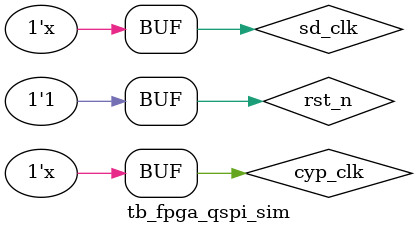
<source format=v>

module tb_fpga_qspi_sim(

);

reg  sd_clk,cyp_clk;
reg  rst_n;

initial begin
	rst_n    = 0;
	sd_clk   = 0;
	cyp_clk  = 0;
#100    rst_n    = 1;
end


always @(*) #3.25 sd_clk <= !sd_clk; //133mhz 
always @(*) #10 cyp_clk <= !cyp_clk; //48mhz(50mhz) 
 


wire [1:0]   usb_fifoaddr;
wire [1:0]   sdram_ba;
wire [12:0]  sdram_addr;
wire [15:0]  sdram_data;
wire [15:0]  usb_fd;



fpga_qspi_simulator_top  fpga_qspi_inst(/*autoinst*/
    .rst_n                          (rst_n                                      ), // input 
    .sd_clk                         (sd_clk                                     ), // input 
    .cyp_clk                        (cyp_clk                                     ), // input 
    //.sdram_init_done                (sdram_init_done                             ),
    	// qspi
    .qspi_clk                       (qspi_clk                                   ), // input 
    .csn                            (csn                                        ), // input 
    .di                             (di                                         ), // input 
    .do                             (do                                         ), // output
    .wpn                            (wpn                                        ), // input 
    .holdn                          (holdn                                      ), // input 

    	// sdram if
    .sdram_clk                      (sdram_clk                                  ), // output
    .sdram_cke                      (sdram_cke                                  ), // output
    .sdram_csn                      (sdram_csn                                  ), // output
    .sdram_rasn                     (sdram_rasn                                 ), // output
    .sdram_casn                     (sdram_casn                                 ), // output
    .sdram_wen                      (sdram_wen                                  ), // output
    .sdram_ba                       (sdram_ba[1:0]                              ), // output
    .sdram_addr                     (sdram_addr[12:0]                           ), // output
    .sdram_data                     (sdram_data[15:0]                           ), // inout 

    	// usb2
    .usb_clk                        (usb_clk                                    ), // output
    .usb_fifoaddr                   (usb_fifoaddr[1:0]                          ), // output
    .usb_slcs                       (usb_slcs                                   ), // output
    .usb_sloe                       (usb_sloe                                   ), // output
    .usb_slrd                       (usb_slrd                                   ), // output
    .usb_slwr                       (usb_slwr                                   ), // output
    	
    .usb_fd                         (usb_fd[15:0]                               ), // inout 
    	
    .usb_flaga                      (usb_flaga                                  ), // input 
    .usb_flagb                      (usb_flagb                                  ), // input 
    .usb_flagc                      (usb_flagc                                  ), // input 
    .pa0                            (pa0                                        )  // output

);


// qspi contrl vip
qspi_master_model  qspi_master_vip_inst(/*autoinst*/
    .usb_download_finished          (usb_download_finished                      ), 
    .qspi_clk                       (qspi_clk                                   ), // output
    .csn                            (csn                                        ), // output
    .di                             (di                                         ), // output
    .do                             (do                                         ), // input 
    .wpn                            (wpn                                        ), // output
    .holdn                          (holdn                                      )  // output
);

//sdram model
mt48lc16m16a2 sdram_module_inst(
.Dq	(sdram_data), 
.Addr	(sdram_addr),	 
.Ba	(sdram_ba), 
.Clk	(sdram_clk), 
.Cke	(sdram_cke), 
.Cs_n	(sdram_csn), 
.Ras_n	(sdram_rasn), 
.Cas_n	(sdram_casn), 
.We_n	(sdram_wen),	 
.Dqm	(0)	
);


// usb2 cyp vip
usb2_cyp_vip usb2_cyp_vip_inst(/*autoinst*/
    .rst_n			    (rst_n					),
    .usb_clk                        (usb_clk                                    ), // input 
    .usb_fifoaddr                   (usb_fifoaddr[1:0]                          ), // input 
    .usb_slcs                       (usb_slcs                                   ), // input 
    .usb_sloe                       (usb_sloe                                   ), // input 
    .usb_slrd                       (usb_slrd                                   ), // input 
    .usb_slwr                       (usb_slwr                                   ), // input 
    .usb_fd                         (usb_fd[15:0]                               ), // inout 
    .usb_flaga                      (usb_flaga                                  ), // output
    .usb_flagb                      (usb_flagb                                  ), // output
    .usb_flagc                      (usb_flagc                                  ), // output
    .usb_download_finished          (usb_download_finished                      ),
    .pa0                            (pa0                                        )  // input

);

endmodule

</source>
